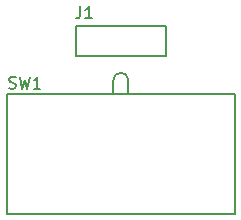
<source format=gto>
G04 #@! TF.GenerationSoftware,KiCad,Pcbnew,5.0.0-fee4fd1~65~ubuntu17.10.1*
G04 #@! TF.CreationDate,2018-08-22T05:20:38-04:00*
G04 #@! TF.ProjectId,alarm-switch,616C61726D2D7377697463682E6B6963,rev?*
G04 #@! TF.SameCoordinates,Original*
G04 #@! TF.FileFunction,Legend,Top*
G04 #@! TF.FilePolarity,Positive*
%FSLAX46Y46*%
G04 Gerber Fmt 4.6, Leading zero omitted, Abs format (unit mm)*
G04 Created by KiCad (PCBNEW 5.0.0-fee4fd1~65~ubuntu17.10.1) date Wed Aug 22 05:20:38 2018*
%MOMM*%
%LPD*%
G01*
G04 APERTURE LIST*
%ADD10C,0.180000*%
G04 APERTURE END LIST*
D10*
G04 #@! TO.C,J1*
X120015000Y-92710000D02*
X127635000Y-92710000D01*
X127635000Y-92710000D02*
X127635000Y-95250000D01*
X127635000Y-95250000D02*
X120015000Y-95250000D01*
X120015000Y-95250000D02*
X120015000Y-92710000D01*
G04 #@! TO.C,SW1*
X124460000Y-97282000D02*
G75*
G03X123190000Y-97282000I-635000J0D01*
G01*
X124460000Y-98425000D02*
X124460000Y-97282000D01*
X123190000Y-98425000D02*
X123190000Y-97282000D01*
X114173000Y-98425000D02*
X114173000Y-108585000D01*
X133477000Y-98425000D02*
X114173000Y-98425000D01*
X133477000Y-108585000D02*
X133477000Y-98425000D01*
X114173000Y-108585000D02*
X133477000Y-108585000D01*
G04 #@! TO.C,J1*
X120401809Y-91027380D02*
X120401809Y-91741666D01*
X120354190Y-91884523D01*
X120258952Y-91979761D01*
X120116095Y-92027380D01*
X120020857Y-92027380D01*
X121401809Y-92027380D02*
X120830380Y-92027380D01*
X121116095Y-92027380D02*
X121116095Y-91027380D01*
X121020857Y-91170238D01*
X120925619Y-91265476D01*
X120830380Y-91313095D01*
G04 #@! TO.C,SW1*
X114353476Y-97948761D02*
X114496333Y-97996380D01*
X114734428Y-97996380D01*
X114829666Y-97948761D01*
X114877285Y-97901142D01*
X114924904Y-97805904D01*
X114924904Y-97710666D01*
X114877285Y-97615428D01*
X114829666Y-97567809D01*
X114734428Y-97520190D01*
X114543952Y-97472571D01*
X114448714Y-97424952D01*
X114401095Y-97377333D01*
X114353476Y-97282095D01*
X114353476Y-97186857D01*
X114401095Y-97091619D01*
X114448714Y-97044000D01*
X114543952Y-96996380D01*
X114782047Y-96996380D01*
X114924904Y-97044000D01*
X115258238Y-96996380D02*
X115496333Y-97996380D01*
X115686809Y-97282095D01*
X115877285Y-97996380D01*
X116115380Y-96996380D01*
X117020142Y-97996380D02*
X116448714Y-97996380D01*
X116734428Y-97996380D02*
X116734428Y-96996380D01*
X116639190Y-97139238D01*
X116543952Y-97234476D01*
X116448714Y-97282095D01*
G04 #@! TD*
M02*

</source>
